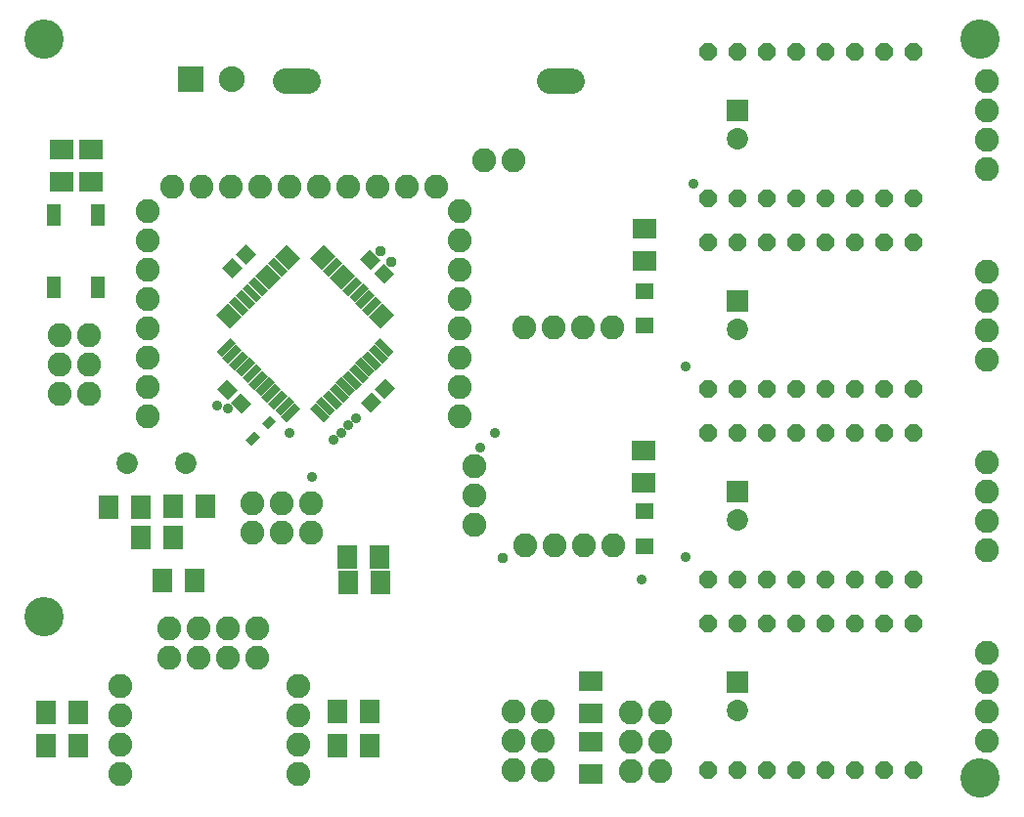
<source format=gbr>
G04 EAGLE Gerber X2 export*
%TF.Part,Single*%
%TF.FileFunction,Soldermask,Top,1*%
%TF.FilePolarity,Negative*%
%TF.GenerationSoftware,Autodesk,EAGLE,9.1.0*%
%TF.CreationDate,2018-11-01T15:44:49Z*%
G75*
%MOMM*%
%FSLAX34Y34*%
%LPD*%
%AMOC8*
5,1,8,0,0,1.08239X$1,22.5*%
G01*
%ADD10C,3.403200*%
%ADD11C,2.082800*%
%ADD12R,2.235200X2.235200*%
%ADD13C,2.235200*%
%ADD14C,1.854200*%
%ADD15R,1.854200X1.854200*%
%ADD16R,1.303200X1.203200*%
%ADD17R,1.803200X2.003200*%
%ADD18R,1.603200X1.403200*%
%ADD19C,2.184400*%
%ADD20R,0.703200X1.003200*%
%ADD21R,2.003200X1.803200*%
%ADD22R,1.203200X1.903200*%
%ADD23P,1.594577X8X112.500000*%
%ADD24R,0.711200X1.676400*%
%ADD25C,0.959600*%
%ADD26C,0.909600*%


D10*
X-130000Y760000D03*
X680000Y760000D03*
X680000Y120000D03*
X-130000Y260000D03*
D11*
X286500Y321300D03*
X311900Y321300D03*
X337300Y321300D03*
X362700Y321300D03*
D12*
X-2762Y725435D03*
D13*
X32238Y725435D03*
D14*
X469900Y673300D03*
D15*
X469900Y698300D03*
D14*
X469900Y508200D03*
D15*
X469900Y533200D03*
D14*
X469900Y343100D03*
D15*
X469900Y368100D03*
D14*
X469900Y178000D03*
D15*
X469900Y203000D03*
D16*
G36*
X156022Y457328D02*
X165236Y466542D01*
X173744Y458034D01*
X164530Y448820D01*
X156022Y457328D01*
G37*
G36*
X144001Y445307D02*
X153215Y454521D01*
X161723Y446013D01*
X152509Y436799D01*
X144001Y445307D01*
G37*
G36*
X164137Y565714D02*
X173351Y556500D01*
X164843Y547992D01*
X155629Y557206D01*
X164137Y565714D01*
G37*
G36*
X152117Y577735D02*
X161331Y568521D01*
X152823Y560013D01*
X143609Y569227D01*
X152117Y577735D01*
G37*
G36*
X41466Y562108D02*
X32124Y553024D01*
X23736Y561650D01*
X33078Y570734D01*
X41466Y562108D01*
G37*
G36*
X53653Y573960D02*
X44311Y564876D01*
X35923Y573502D01*
X45265Y582586D01*
X53653Y573960D01*
G37*
G36*
X40455Y453478D02*
X49669Y444264D01*
X41161Y435756D01*
X31947Y444970D01*
X40455Y453478D01*
G37*
G36*
X28435Y465499D02*
X37649Y456285D01*
X29141Y447777D01*
X19927Y456991D01*
X28435Y465499D01*
G37*
D17*
X9369Y355293D03*
X-18631Y355293D03*
X-74339Y354393D03*
X-46339Y354393D03*
D11*
X685800Y723900D03*
X685800Y698500D03*
X685800Y673100D03*
X685800Y647700D03*
X685800Y558800D03*
X685800Y533400D03*
X685800Y508000D03*
X685800Y482600D03*
X685800Y393700D03*
X685800Y368300D03*
X685800Y342900D03*
X685800Y317500D03*
X685800Y228600D03*
X685800Y203200D03*
X685800Y177800D03*
X685800Y152400D03*
D18*
X389978Y320800D03*
X389978Y350800D03*
X389422Y511942D03*
X389422Y541942D03*
D11*
X101093Y358325D03*
X101093Y332925D03*
X75693Y358325D03*
X75693Y332925D03*
X50293Y358325D03*
X50293Y332925D03*
X-64263Y199565D03*
X-64263Y174165D03*
X-64263Y148765D03*
X-64263Y123365D03*
X89992Y123058D03*
X89992Y148458D03*
X89992Y173858D03*
X89992Y199258D03*
X-21710Y224035D03*
X-21710Y249435D03*
X3690Y224035D03*
X3690Y249435D03*
X29090Y224035D03*
X29090Y249435D03*
X54490Y224035D03*
X54490Y249435D03*
D17*
X132612Y311475D03*
X160612Y311475D03*
X160870Y289418D03*
X132870Y289418D03*
X88Y291268D03*
X-27912Y291268D03*
D11*
X250700Y655250D03*
X276100Y655250D03*
D19*
X98806Y723900D02*
X78994Y723900D01*
X307594Y723900D02*
X327406Y723900D01*
D11*
X-91004Y452336D03*
X-116404Y452336D03*
X-91004Y477736D03*
X-116404Y477736D03*
X-91004Y503136D03*
X-116404Y503136D03*
X285750Y510700D03*
X311150Y510700D03*
X336550Y510700D03*
X361950Y510700D03*
X403000Y125800D03*
X377600Y125800D03*
X403000Y151200D03*
X377600Y151200D03*
X403000Y176600D03*
X377600Y176600D03*
D20*
G36*
X63740Y422117D02*
X58767Y427090D01*
X65860Y434183D01*
X70833Y429210D01*
X63740Y422117D01*
G37*
G36*
X49598Y407975D02*
X44625Y412948D01*
X51718Y420041D01*
X56691Y415068D01*
X49598Y407975D01*
G37*
D11*
X-40307Y611111D03*
X-40307Y585711D03*
X-40307Y560311D03*
X-40307Y534911D03*
X-40307Y509511D03*
X-40307Y484111D03*
X-40307Y458711D03*
X-40307Y433311D03*
X229711Y433207D03*
X229711Y458607D03*
X229711Y484007D03*
X229711Y509407D03*
X229711Y534807D03*
X229711Y560207D03*
X229711Y585607D03*
X229711Y611007D03*
X209093Y632611D03*
X183693Y632611D03*
X158293Y632611D03*
X132893Y632611D03*
X107493Y632611D03*
X82093Y632611D03*
X56693Y632611D03*
X31293Y632611D03*
X5893Y632611D03*
X-19507Y632611D03*
D21*
X389378Y403400D03*
X389378Y375400D03*
X389522Y595542D03*
X389522Y567542D03*
D17*
X124182Y177861D03*
X152182Y177861D03*
X124313Y148285D03*
X152313Y148285D03*
X-128568Y176364D03*
X-100568Y176364D03*
X-128437Y148285D03*
X-100437Y148285D03*
X-18135Y328241D03*
X-46135Y328241D03*
D21*
X343400Y123000D03*
X343400Y151000D03*
X343400Y176200D03*
X343400Y204200D03*
X-89206Y636159D03*
X-89206Y664159D03*
D22*
X-83661Y607957D03*
X-83661Y544957D03*
X-121661Y607957D03*
X-121661Y544957D03*
D11*
X242700Y339300D03*
X242700Y364700D03*
X242700Y390100D03*
D23*
X444500Y622300D03*
X469900Y622300D03*
X495300Y622300D03*
X520700Y622300D03*
X546100Y622300D03*
X571500Y622300D03*
X596900Y622300D03*
X622300Y622300D03*
X444500Y749300D03*
X469900Y749300D03*
X495300Y749300D03*
X520700Y749300D03*
X546100Y749300D03*
X571500Y749300D03*
X596900Y749300D03*
X622300Y749300D03*
X444500Y457200D03*
X469900Y457200D03*
X495300Y457200D03*
X520700Y457200D03*
X546100Y457200D03*
X571500Y457200D03*
X596900Y457200D03*
X622300Y457200D03*
X444500Y584200D03*
X469900Y584200D03*
X495300Y584200D03*
X520700Y584200D03*
X546100Y584200D03*
X571500Y584200D03*
X596900Y584200D03*
X622300Y584200D03*
X444500Y292100D03*
X469900Y292100D03*
X495300Y292100D03*
X520700Y292100D03*
X546100Y292100D03*
X571500Y292100D03*
X596900Y292100D03*
X622300Y292100D03*
X444500Y419100D03*
X469900Y419100D03*
X495300Y419100D03*
X520700Y419100D03*
X546100Y419100D03*
X571500Y419100D03*
X596900Y419100D03*
X622300Y419100D03*
X444500Y127000D03*
X469900Y127000D03*
X495300Y127000D03*
X520700Y127000D03*
X546100Y127000D03*
X571500Y127000D03*
X596900Y127000D03*
X622300Y127000D03*
X444500Y254000D03*
X469900Y254000D03*
X495300Y254000D03*
X520700Y254000D03*
X546100Y254000D03*
X571500Y254000D03*
X596900Y254000D03*
X622300Y254000D03*
D24*
G36*
X23864Y484516D02*
X18835Y489545D01*
X30688Y501398D01*
X35717Y496369D01*
X23864Y484516D01*
G37*
G36*
X29432Y478949D02*
X24403Y483978D01*
X36256Y495831D01*
X41285Y490802D01*
X29432Y478949D01*
G37*
G36*
X35179Y473201D02*
X30150Y478230D01*
X42003Y490083D01*
X47032Y485054D01*
X35179Y473201D01*
G37*
G36*
X40747Y467634D02*
X35718Y472663D01*
X47571Y484516D01*
X52600Y479487D01*
X40747Y467634D01*
G37*
G36*
X46495Y461886D02*
X41466Y466915D01*
X53319Y478768D01*
X58348Y473739D01*
X46495Y461886D01*
G37*
G36*
X52062Y456318D02*
X47033Y461347D01*
X58886Y473200D01*
X63915Y468171D01*
X52062Y456318D01*
G37*
G36*
X57630Y450751D02*
X52601Y455780D01*
X64454Y467633D01*
X69483Y462604D01*
X57630Y450751D01*
G37*
G36*
X63377Y445003D02*
X58348Y450032D01*
X70201Y461885D01*
X75230Y456856D01*
X63377Y445003D01*
G37*
G36*
X68945Y439436D02*
X63916Y444465D01*
X75769Y456318D01*
X80798Y451289D01*
X68945Y439436D01*
G37*
G36*
X74693Y433688D02*
X69664Y438717D01*
X81517Y450570D01*
X86546Y445541D01*
X74693Y433688D01*
G37*
G36*
X80260Y428120D02*
X75231Y433149D01*
X87084Y445002D01*
X92113Y439973D01*
X80260Y428120D01*
G37*
G36*
X100017Y439973D02*
X105046Y445002D01*
X116899Y433149D01*
X111870Y428120D01*
X100017Y439973D01*
G37*
G36*
X105585Y445541D02*
X110614Y450570D01*
X122467Y438717D01*
X117438Y433688D01*
X105585Y445541D01*
G37*
G36*
X111332Y451289D02*
X116361Y456318D01*
X128214Y444465D01*
X123185Y439436D01*
X111332Y451289D01*
G37*
G36*
X116900Y456856D02*
X121929Y461885D01*
X133782Y450032D01*
X128753Y445003D01*
X116900Y456856D01*
G37*
G36*
X122647Y462604D02*
X127676Y467633D01*
X139529Y455780D01*
X134500Y450751D01*
X122647Y462604D01*
G37*
G36*
X128215Y468171D02*
X133244Y473200D01*
X145097Y461347D01*
X140068Y456318D01*
X128215Y468171D01*
G37*
G36*
X133783Y473739D02*
X138812Y478768D01*
X150665Y466915D01*
X145636Y461886D01*
X133783Y473739D01*
G37*
G36*
X139530Y479487D02*
X144559Y484516D01*
X156412Y472663D01*
X151383Y467634D01*
X139530Y479487D01*
G37*
G36*
X145098Y485054D02*
X150127Y490083D01*
X161980Y478230D01*
X156951Y473201D01*
X145098Y485054D01*
G37*
G36*
X150845Y490802D02*
X155874Y495831D01*
X167727Y483978D01*
X162698Y478949D01*
X150845Y490802D01*
G37*
G36*
X156413Y496369D02*
X161442Y501398D01*
X173295Y489545D01*
X168266Y484516D01*
X156413Y496369D01*
G37*
G36*
X161442Y509302D02*
X156413Y514331D01*
X168266Y526184D01*
X173295Y521155D01*
X161442Y509302D01*
G37*
G36*
X155874Y514870D02*
X150845Y519899D01*
X162698Y531752D01*
X167727Y526723D01*
X155874Y514870D01*
G37*
G36*
X150127Y520617D02*
X145098Y525646D01*
X156951Y537499D01*
X161980Y532470D01*
X150127Y520617D01*
G37*
G36*
X144559Y526185D02*
X139530Y531214D01*
X151383Y543067D01*
X156412Y538038D01*
X144559Y526185D01*
G37*
G36*
X138812Y531932D02*
X133783Y536961D01*
X145636Y548814D01*
X150665Y543785D01*
X138812Y531932D01*
G37*
G36*
X133244Y537500D02*
X128215Y542529D01*
X140068Y554382D01*
X145097Y549353D01*
X133244Y537500D01*
G37*
G36*
X127676Y543068D02*
X122647Y548097D01*
X134500Y559950D01*
X139529Y554921D01*
X127676Y543068D01*
G37*
G36*
X121929Y548815D02*
X116900Y553844D01*
X128753Y565697D01*
X133782Y560668D01*
X121929Y548815D01*
G37*
G36*
X116361Y554383D02*
X111332Y559412D01*
X123185Y571265D01*
X128214Y566236D01*
X116361Y554383D01*
G37*
G36*
X110614Y560130D02*
X105585Y565159D01*
X117438Y577012D01*
X122467Y571983D01*
X110614Y560130D01*
G37*
G36*
X105046Y565698D02*
X100017Y570727D01*
X111870Y582580D01*
X116899Y577551D01*
X105046Y565698D01*
G37*
G36*
X75231Y577551D02*
X80260Y582580D01*
X92113Y570727D01*
X87084Y565698D01*
X75231Y577551D01*
G37*
G36*
X69664Y571983D02*
X74693Y577012D01*
X86546Y565159D01*
X81517Y560130D01*
X69664Y571983D01*
G37*
G36*
X63916Y566236D02*
X68945Y571265D01*
X80798Y559412D01*
X75769Y554383D01*
X63916Y566236D01*
G37*
G36*
X58348Y560668D02*
X63377Y565697D01*
X75230Y553844D01*
X70201Y548815D01*
X58348Y560668D01*
G37*
G36*
X52601Y554921D02*
X57630Y559950D01*
X69483Y548097D01*
X64454Y543068D01*
X52601Y554921D01*
G37*
G36*
X47033Y549353D02*
X52062Y554382D01*
X63915Y542529D01*
X58886Y537500D01*
X47033Y549353D01*
G37*
G36*
X41466Y543785D02*
X46495Y548814D01*
X58348Y536961D01*
X53319Y531932D01*
X41466Y543785D01*
G37*
G36*
X35718Y538038D02*
X40747Y543067D01*
X52600Y531214D01*
X47571Y526185D01*
X35718Y538038D01*
G37*
G36*
X30150Y532470D02*
X35179Y537499D01*
X47032Y525646D01*
X42003Y520617D01*
X30150Y532470D01*
G37*
G36*
X24403Y526723D02*
X29432Y531752D01*
X41285Y519899D01*
X36256Y514870D01*
X24403Y526723D01*
G37*
G36*
X18835Y521155D02*
X23864Y526184D01*
X35717Y514331D01*
X30688Y509302D01*
X18835Y521155D01*
G37*
D21*
X-115011Y636557D03*
X-115011Y664557D03*
D14*
X-6835Y392393D03*
X-57635Y392393D03*
D11*
X302079Y126347D03*
X276679Y126347D03*
X302079Y151747D03*
X276679Y151747D03*
X302079Y177147D03*
X276679Y177147D03*
D25*
X161544Y576072D03*
D26*
X29484Y439651D03*
D25*
X170688Y566928D03*
D26*
X20004Y442303D03*
D25*
X266820Y310230D03*
D26*
X120650Y412750D03*
X82550Y419100D03*
X425450Y311150D03*
X387350Y292100D03*
X127000Y419100D03*
X425450Y476250D03*
X247650Y406400D03*
X133350Y425450D03*
X431800Y635000D03*
X260350Y419100D03*
X139700Y431800D03*
X101600Y381000D03*
M02*

</source>
